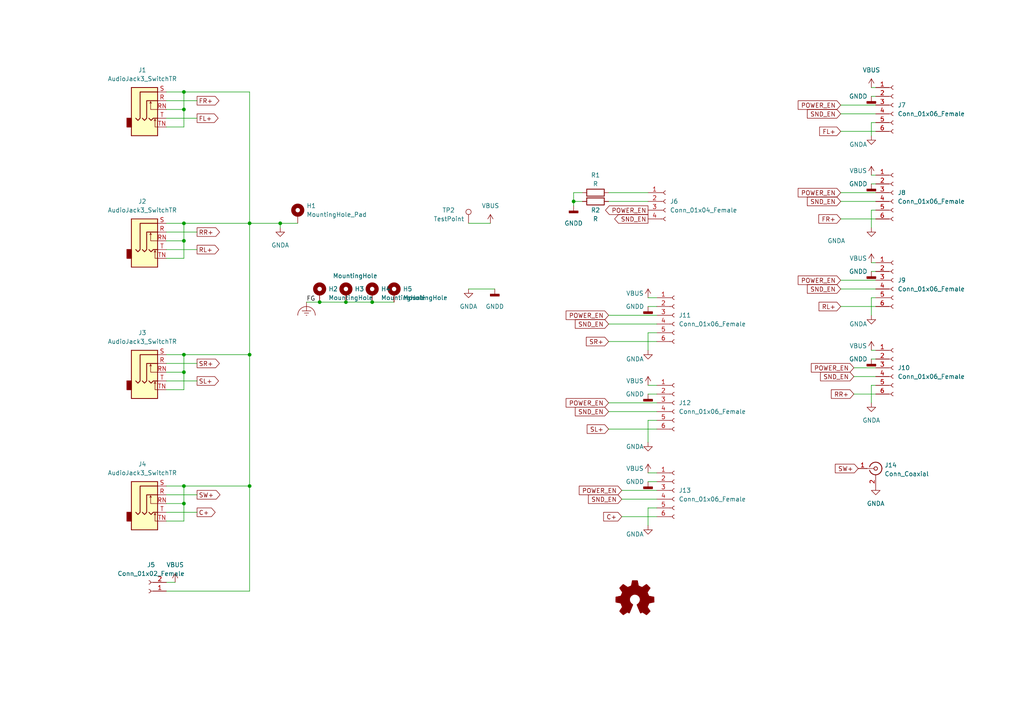
<source format=kicad_sch>
(kicad_sch (version 20211123) (generator eeschema)
  (paper "A4")
  (lib_symbols
    (symbol "Connector:AudioJack3_SwitchTR"
      (property "Reference" "J" (at 0 8.89 0))
      (property "Value" "AudioJack3_SwitchTR" (at 0 6.35 0))
      (symbol "AudioJack3_SwitchTR_0_1"
        (rectangle (start -5.08 -5.08) (end -6.35 -7.62) (stroke (width 0.254)) (fill (type outline)))
        (polyline (pts (xy 0.508 -0.254) (xy 0.762 -0.762)))
        (polyline (pts (xy 1.778 -5.334) (xy 2.032 -5.842)))
        (polyline (pts (xy 0 -5.08) (xy 0.635 -5.715) (xy 1.27 -5.08) (xy 2.54 -5.08)) (stroke (width 0.254)))
        (polyline (pts (xy 2.54 -7.62) (xy 1.778 -7.62) (xy 1.778 -5.334) (xy 1.524 -5.842)))
        (polyline (pts (xy 2.54 -2.54) (xy 0.508 -2.54) (xy 0.508 -0.254) (xy 0.254 -0.762)))
        (polyline (pts (xy -1.905 -5.08) (xy -1.27 -5.715) (xy -0.635 -5.08) (xy -0.635 0) (xy 2.54 0)) (stroke (width 0.254)))
        (polyline (pts (xy 2.54 2.54) (xy -2.54 2.54) (xy -2.54 -5.08) (xy -3.175 -5.715) (xy -3.81 -5.08)) (stroke (width 0.254)))
        (rectangle (start 2.54 3.81) (end -5.08 -10.16) (stroke (width 0.254)) (fill (type background)))
      )
      (symbol "AudioJack3_SwitchTR_1_1"
        (pin passive line (at 5.08 0 180) (length 2.54) (name "~") (number "R"))
        (pin passive line (at 5.08 -2.54 180) (length 2.54) (name "~") (number "RN"))
        (pin passive line (at 5.08 2.54 180) (length 2.54) (name "~") (number "S"))
        (pin passive line (at 5.08 -5.08 180) (length 2.54) (name "~") (number "T"))
        (pin passive line (at 5.08 -7.62 180) (length 2.54) (name "~") (number "TN"))
      )
    )
    (symbol "Connector:Conn_01x02_Female" (pin_names (offset 1.016) hide)
      (property "Reference" "J" (at 0 2.54 0))
      (property "Value" "Conn_01x02_Female" (at 0 -5.08 0))
      (symbol "Conn_01x02_Female_1_1"
        (arc (start 0 -2.032) (mid -0.508 -2.54) (end 0 -3.048) (stroke (width 0.1524)))
        (polyline (pts (xy -1.27 -2.54) (xy -0.508 -2.54)) (stroke (width 0.1524)))
        (polyline (pts (xy -1.27 0) (xy -0.508 0)) (stroke (width 0.1524)))
        (arc (start 0 0.508) (mid -0.508 0) (end 0 -0.508) (stroke (width 0.1524)))
        (pin passive line (at -5.08 0 0) (length 3.81) (name "Pin_1") (number "1"))
        (pin passive line (at -5.08 -2.54 0) (length 3.81) (name "Pin_2") (number "2"))
      )
    )
    (symbol "Connector:Conn_01x04_Female" (pin_names (offset 1.016) hide)
      (property "Reference" "J" (at 0 5.08 0))
      (property "Value" "Conn_01x04_Female" (at 0 -7.62 0))
      (symbol "Conn_01x04_Female_1_1"
        (arc (start 0 -4.572) (mid -0.508 -5.08) (end 0 -5.588) (stroke (width 0.1524)))
        (arc (start 0 -2.032) (mid -0.508 -2.54) (end 0 -3.048) (stroke (width 0.1524)))
        (polyline (pts (xy -1.27 -5.08) (xy -0.508 -5.08)) (stroke (width 0.1524)))
        (polyline (pts (xy -1.27 -2.54) (xy -0.508 -2.54)) (stroke (width 0.1524)))
        (polyline (pts (xy -1.27 0) (xy -0.508 0)) (stroke (width 0.1524)))
        (polyline (pts (xy -1.27 2.54) (xy -0.508 2.54)) (stroke (width 0.1524)))
        (arc (start 0 0.508) (mid -0.508 0) (end 0 -0.508) (stroke (width 0.1524)))
        (arc (start 0 3.048) (mid -0.508 2.54) (end 0 2.032) (stroke (width 0.1524)))
        (pin passive line (at -5.08 2.54 0) (length 3.81) (name "Pin_1") (number "1"))
        (pin passive line (at -5.08 0 0) (length 3.81) (name "Pin_2") (number "2"))
        (pin passive line (at -5.08 -2.54 0) (length 3.81) (name "Pin_3") (number "3"))
        (pin passive line (at -5.08 -5.08 0) (length 3.81) (name "Pin_4") (number "4"))
      )
    )
    (symbol "Connector:Conn_01x06_Female" (pin_names (offset 1.016) hide)
      (property "Reference" "J" (at 0 7.62 0))
      (property "Value" "Conn_01x06_Female" (at 0 -10.16 0))
      (symbol "Conn_01x06_Female_1_1"
        (arc (start 0 -7.112) (mid -0.508 -7.62) (end 0 -8.128) (stroke (width 0.1524)))
        (arc (start 0 -4.572) (mid -0.508 -5.08) (end 0 -5.588) (stroke (width 0.1524)))
        (arc (start 0 -2.032) (mid -0.508 -2.54) (end 0 -3.048) (stroke (width 0.1524)))
        (polyline (pts (xy -1.27 -7.62) (xy -0.508 -7.62)) (stroke (width 0.1524)))
        (polyline (pts (xy -1.27 -5.08) (xy -0.508 -5.08)) (stroke (width 0.1524)))
        (polyline (pts (xy -1.27 -2.54) (xy -0.508 -2.54)) (stroke (width 0.1524)))
        (polyline (pts (xy -1.27 0) (xy -0.508 0)) (stroke (width 0.1524)))
        (polyline (pts (xy -1.27 2.54) (xy -0.508 2.54)) (stroke (width 0.1524)))
        (polyline (pts (xy -1.27 5.08) (xy -0.508 5.08)) (stroke (width 0.1524)))
        (arc (start 0 0.508) (mid -0.508 0) (end 0 -0.508) (stroke (width 0.1524)))
        (arc (start 0 3.048) (mid -0.508 2.54) (end 0 2.032) (stroke (width 0.1524)))
        (arc (start 0 5.588) (mid -0.508 5.08) (end 0 4.572) (stroke (width 0.1524)))
        (pin passive line (at -5.08 5.08 0) (length 3.81) (name "Pin_1") (number "1"))
        (pin passive line (at -5.08 2.54 0) (length 3.81) (name "Pin_2") (number "2"))
        (pin passive line (at -5.08 0 0) (length 3.81) (name "Pin_3") (number "3"))
        (pin passive line (at -5.08 -2.54 0) (length 3.81) (name "Pin_4") (number "4"))
        (pin passive line (at -5.08 -5.08 0) (length 3.81) (name "Pin_5") (number "5"))
        (pin passive line (at -5.08 -7.62 0) (length 3.81) (name "Pin_6") (number "6"))
      )
    )
    (symbol "Connector:Conn_Coaxial" (pin_names (offset 1.016) hide)
      (property "Reference" "J" (at 0.254 3.048 0))
      (property "Value" "Conn_Coaxial" (at 2.921 0 90))
      (symbol "Conn_Coaxial_0_1"
        (arc (start -1.778 -0.508) (mid 0.2311 -1.8066) (end 1.778 0) (stroke (width 0.254)))
        (polyline (pts (xy -2.54 0) (xy -0.508 0)))
        (polyline (pts (xy 0 -2.54) (xy 0 -1.778)))
        (circle (center 0 0) (radius 0.508) (stroke (width 0.2032)))
        (arc (start 1.778 0) (mid 0.2099 1.8101) (end -1.778 0.508) (stroke (width 0.254)))
      )
      (symbol "Conn_Coaxial_1_1"
        (pin passive line (at -5.08 0 0) (length 2.54) (name "In") (number "1"))
        (pin passive line (at 0 -5.08 90) (length 2.54) (name "Ext") (number "2"))
      )
    )
    (symbol "Connector:TestPoint" (pin_numbers hide) (pin_names (offset 0.762) hide)
      (property "Reference" "TP" (at 0 6.858 0))
      (property "Value" "TestPoint" (at 0 5.08 0))
      (symbol "TestPoint_0_1"
        (circle (center 0 3.302) (radius 0.762))
      )
      (symbol "TestPoint_1_1"
        (pin passive line (at 0 0 90) (length 2.54) (name "1") (number "1"))
      )
    )
    (symbol "Device:R" (pin_numbers hide) (pin_names (offset 0))
      (property "Reference" "R" (at 2.032 0 90))
      (property "Value" "R" (at 0 0 90))
      (symbol "R_0_1"
        (rectangle (start -1.016 -2.54) (end 1.016 2.54) (stroke (width 0.254)))
      )
      (symbol "R_1_1"
        (pin passive line (at 0 3.81 270) (length 1.27) (name "~") (number "1"))
        (pin passive line (at 0 -3.81 90) (length 1.27) (name "~") (number "2"))
      )
    )
    (symbol "Graphic:Logo_Open_Hardware_Small" (pin_names (offset 1.016))
      (symbol "Logo_Open_Hardware_Small_0_1"
        (polyline (pts (xy 3.3528 -4.3434) (xy 3.302 -4.318) (xy 3.175 -4.2418) (xy 2.9972 -4.1148) (xy 2.7686 -3.9624) (xy 2.54 -3.81) (xy 2.3622 -3.7084) (xy 2.2352 -3.6068) (xy 2.1844 -3.5814) (xy 2.159 -3.6068) (xy 2.0574 -3.6576) (xy 1.905 -3.7338) (xy 1.8034 -3.7846) (xy 1.6764 -3.8354) (xy 1.6002 -3.8354) (xy 1.6002 -3.8354) (xy 1.5494 -3.7338) (xy 1.4732 -3.5306) (xy 1.3462 -3.302) (xy 1.2446 -3.0226) (xy 1.1176 -2.7178) (xy 0.9652 -2.413) (xy 0.8636 -2.1082) (xy 0.7366 -1.8288) (xy 0.6604 -1.6256) (xy 0.6096 -1.4732) (xy 0.5842 -1.397) (xy 0.5842 -1.397) (xy 0.6604 -1.3208) (xy 0.7874 -1.2446) (xy 1.0414 -1.016) (xy 1.2954 -0.6858) (xy 1.4478 -0.3302) (xy 1.524 0.0762) (xy 1.4732 0.4572) (xy 1.3208 0.8128) (xy 1.0668 1.143) (xy 0.762 1.3716) (xy 0.4064 1.524) (xy 0 1.5748) (xy -0.381 1.5494) (xy -0.7366 1.397) (xy -1.0668 1.143) (xy -1.2192 0.9906) (xy -1.397 0.6604) (xy -1.524 0.3048) (xy -1.524 0.2286) (xy -1.4986 -0.1778) (xy -1.397 -0.5334) (xy -1.1938 -0.8636) (xy -0.9144 -1.143) (xy -0.8636 -1.1684) (xy -0.7366 -1.27) (xy -0.635 -1.3462) (xy -0.5842 -1.397) (xy -1.0668 -2.5908) (xy -1.143 -2.794) (xy -1.2954 -3.1242) (xy -1.397 -3.4036) (xy -1.4986 -3.6322) (xy -1.5748 -3.7846) (xy -1.6002 -3.8354) (xy -1.6002 -3.8354) (xy -1.651 -3.8354) (xy -1.7272 -3.81) (xy -1.905 -3.7338) (xy -2.0066 -3.683) (xy -2.1336 -3.6068) (xy -2.2098 -3.5814) (xy -2.2606 -3.6068) (xy -2.3622 -3.683) (xy -2.54 -3.81) (xy -2.7686 -3.9624) (xy -2.9718 -4.0894) (xy -3.1496 -4.2164) (xy -3.302 -4.318) (xy -3.3528 -4.3434) (xy -3.3782 -4.3434) (xy -3.429 -4.318) (xy -3.5306 -4.2164) (xy -3.7084 -4.064) (xy -3.937 -3.8354) (xy -3.9624 -3.81) (xy -4.1656 -3.6068) (xy -4.318 -3.4544) (xy -4.4196 -3.3274) (xy -4.445 -3.2766) (xy -4.445 -3.2766) (xy -4.4196 -3.2258) (xy -4.318 -3.0734) (xy -4.2164 -2.8956) (xy -4.064 -2.667) (xy -3.6576 -2.0828) (xy -3.8862 -1.5494) (xy -3.937 -1.3716) (xy -4.0386 -1.1684) (xy -4.0894 -1.0414) (xy -4.1148 -0.9652) (xy -4.191 -0.9398) (xy -4.318 -0.9144) (xy -4.5466 -0.8636) (xy -4.8006 -0.8128) (xy -5.0546 -0.7874) (xy -5.2578 -0.7366) (xy -5.4356 -0.7112) (xy -5.5118 -0.6858) (xy -5.5118 -0.6858) (xy -5.5372 -0.635) (xy -5.5372 -0.5588) (xy -5.5372 -0.4318) (xy -5.5626 -0.2286) (xy -5.5626 0.0762) (xy -5.5626 0.127) (xy -5.5372 0.4064) (xy -5.5372 0.635) (xy -5.5372 0.762) (xy -5.5372 0.8382) (xy -5.5372 0.8382) (xy -5.461 0.8382) (xy -5.3086 0.889) (xy -5.08 0.9144) (xy -4.826 0.9652) (xy -4.8006 0.9906) (xy -4.5466 1.0414) (xy -4.318 1.0668) (xy -4.1656 1.1176) (xy -4.0894 1.143) (xy -4.0894 1.143) (xy -4.0386 1.2446) (xy -3.9624 1.4224) (xy -3.8608 1.6256) (xy -3.7846 1.8288) (xy -3.7084 2.0066) (xy -3.6576 2.159) (xy -3.6322 2.2098) (xy -3.6322 2.2098) (xy -3.683 2.286) (xy -3.7592 2.413) (xy -3.8862 2.5908) (xy -4.064 2.8194) (xy -4.064 2.8448) (xy -4.2164 3.0734) (xy -4.3434 3.2512) (xy -4.4196 3.3782) (xy -4.445 3.4544) (xy -4.445 3.4544) (xy -4.3942 3.5052) (xy -4.2926 3.6322) (xy -4.1148 3.81) (xy -3.937 4.0132) (xy -3.8608 4.064) (xy -3.6576 4.2926) (xy -3.5052 4.4196) (xy -3.4036 4.4958) (xy -3.3528 4.5212) (xy -3.3528 4.5212) (xy -3.302 4.4704) (xy -3.1496 4.3688) (xy -2.9718 4.2418) (xy -2.7432 4.0894) (xy -2.7178 4.0894) (xy -2.4892 3.937) (xy -2.3114 3.81) (xy -2.1844 3.7084) (xy -2.1336 3.683) (xy -2.1082 3.683) (xy -2.032 3.7084) (xy -1.8542 3.7592) (xy -1.6764 3.8354) (xy -1.4732 3.937) (xy -1.27 4.0132) (xy -1.143 4.064) (xy -1.0668 4.1148) (xy -1.0668 4.1148) (xy -1.0414 4.191) (xy -1.016 4.3434) (xy -0.9652 4.572) (xy -0.9144 4.8514) (xy -0.889 4.9022) (xy -0.8382 5.1562) (xy -0.8128 5.3848) (xy -0.7874 5.5372) (xy -0.762 5.588) (xy -0.7112 5.6134) (xy -0.5842 5.6134) (xy -0.4064 5.6134) (xy -0.1524 5.6134) (xy 0.0762 5.6134) (xy 0.3302 5.6134) (xy 0.5334 5.6134) (xy 0.6858 5.588) (xy 0.7366 5.588) (xy 0.7366 5.588) (xy 0.762 5.5118) (xy 0.8128 5.334) (xy 0.8382 5.1054) (xy 0.9144 4.826) (xy 0.9144 4.7752) (xy 0.9652 4.5212) (xy 1.016 4.2926) (xy 1.0414 4.1402) (xy 1.0668 4.0894) (xy 1.0668 4.0894) (xy 1.1938 4.0386) (xy 1.3716 3.9624) (xy 1.5748 3.8608) (xy 2.0828 3.6576) (xy 2.7178 4.0894) (xy 2.7686 4.1402) (xy 2.9972 4.2926) (xy 3.175 4.4196) (xy 3.302 4.4958) (xy 3.3782 4.5212) (xy 3.3782 4.5212) (xy 3.429 4.4704) (xy 3.556 4.3434) (xy 3.7338 4.191) (xy 3.9116 3.9878) (xy 4.064 3.8354) (xy 4.2418 3.6576) (xy 4.3434 3.556) (xy 4.4196 3.4798) (xy 4.4196 3.429) (xy 4.4196 3.4036) (xy 4.3942 3.3274) (xy 4.2926 3.2004) (xy 4.1656 2.9972) (xy 4.0132 2.794) (xy 3.8862 2.5908) (xy 3.7592 2.3876) (xy 3.6576 2.2352) (xy 3.6322 2.159) (xy 3.6322 2.1336) (xy 3.683 2.0066) (xy 3.7592 1.8288) (xy 3.8608 1.6002) (xy 4.064 1.1176) (xy 4.3942 1.0414) (xy 4.5974 1.016) (xy 4.8768 0.9652) (xy 5.1308 0.9144) (xy 5.5372 0.8382) (xy 5.5626 -0.6604) (xy 5.4864 -0.6858) (xy 5.4356 -0.6858) (xy 5.2832 -0.7366) (xy 5.0546 -0.762) (xy 4.8006 -0.8128) (xy 4.5974 -0.8636) (xy 4.3688 -0.9144) (xy 4.2164 -0.9398) (xy 4.1402 -0.9398) (xy 4.1148 -0.9652) (xy 4.064 -1.0668) (xy 3.9878 -1.2446) (xy 3.9116 -1.4478) (xy 3.81 -1.651) (xy 3.7338 -1.8542) (xy 3.683 -2.0066) (xy 3.6576 -2.0828) (xy 3.683 -2.1336) (xy 3.7846 -2.2606) (xy 3.8862 -2.4638) (xy 4.0386 -2.667) (xy 4.191 -2.8956) (xy 4.318 -3.0734) (xy 4.3942 -3.2004) (xy 4.445 -3.2766) (xy 4.4196 -3.3274) (xy 4.3434 -3.429) (xy 4.1656 -3.5814) (xy 3.937 -3.8354) (xy 3.8862 -3.8608) (xy 3.683 -4.064) (xy 3.5306 -4.2164) (xy 3.4036 -4.318) (xy 3.3528 -4.3434)) (fill (type outline)))
      )
    )
    (symbol "Mechanical:MountingHole_Pad" (pin_numbers hide) (pin_names (offset 1.016) hide)
      (property "Reference" "H" (at 0 6.35 0))
      (property "Value" "MountingHole_Pad" (at 0 4.445 0))
      (symbol "MountingHole_Pad_0_1"
        (circle (center 0 1.27) (radius 1.27) (stroke (width 1.27)))
      )
      (symbol "MountingHole_Pad_1_1"
        (pin input line (at 0 -2.54 90) (length 2.54) (name "1") (number "1"))
      )
    )
    (symbol "power:Earth_Clean" (power) (pin_names (offset 0))
      (symbol "Earth_Clean_0_1"
        (polyline (pts (xy -0.635 -3.175) (xy 0.635 -3.175)))
        (polyline (pts (xy -0.127 -3.81) (xy 0.127 -3.81)))
        (polyline (pts (xy 0 -2.54) (xy 0 0)))
        (polyline (pts (xy 1.27 -2.54) (xy -1.27 -2.54)))
        (arc (start 2.54 -3.81) (mid 0 -1.27) (end -2.54 -3.81))
      )
      (symbol "Earth_Clean_1_1"
        (pin power_in line (at 0 0 270) (length 0) hide (name "Earth_Clean") (number "1"))
      )
    )
    (symbol "power:GNDA" (power) (pin_names (offset 0))
      (property "Value" "GNDA" (at 0 -3.81 0))
      (symbol "GNDA_0_1"
        (polyline (pts (xy 0 0) (xy 0 -1.27) (xy 1.27 -1.27) (xy 0 -2.54) (xy -1.27 -1.27) (xy 0 -1.27)))
      )
      (symbol "GNDA_1_1"
        (pin power_in line (at 0 0 270) (length 0) hide (name "GNDA") (number "1"))
      )
    )
    (symbol "power:GNDD" (power) (pin_names (offset 0))
      (property "Value" "GNDD" (at 0 -3.175 0))
      (symbol "GNDD_0_1"
        (rectangle (start -1.27 -1.524) (end 1.27 -2.032) (stroke (width 0.254)) (fill (type outline)))
        (polyline (pts (xy 0 0) (xy 0 -1.524)))
      )
      (symbol "GNDD_1_1"
        (pin power_in line (at 0 0 270) (length 0) hide (name "GNDD") (number "1"))
      )
    )
    (symbol "power:VBUS" (power) (pin_names (offset 0))
      (property "Value" "VBUS" (at 0 3.81 0))
      (symbol "VBUS_0_1"
        (polyline (pts (xy -0.762 1.27) (xy 0 2.54)))
        (polyline (pts (xy 0 0) (xy 0 2.54)))
        (polyline (pts (xy 0 2.54) (xy 0.762 1.27)))
      )
      (symbol "VBUS_1_1"
        (pin power_in line (at 0 0 90) (length 0) hide (name "VBUS") (number "1"))
      )
    )
  )
  (junction (at 72.39 140.97))
  (junction (at 53.34 146.05))
  (junction (at 81.28 64.77))
  (junction (at 92.71 87.63))
  (junction (at 53.34 107.95))
  (junction (at 107.95 87.63))
  (junction (at 72.39 102.87))
  (junction (at 166.37 58.42))
  (junction (at 72.39 64.77))
  (junction (at 53.34 26.67))
  (junction (at 100.33 87.63))
  (junction (at 53.34 102.87))
  (junction (at 53.34 69.85))
  (junction (at 53.34 31.75))
  (junction (at 53.34 140.97))
  (junction (at 53.34 64.77))
  (wire (pts (xy 53.34 74.93) (xy 53.34 69.85)))
  (wire (pts (xy 166.37 58.42) (xy 166.37 55.88)))
  (wire (pts (xy 252.73 50.8) (xy 254 50.8)))
  (wire (pts (xy 252.73 111.76) (xy 252.73 116.84)))
  (wire (pts (xy 243.84 63.5) (xy 254 63.5)))
  (wire (pts (xy 48.26 146.05) (xy 53.34 146.05)))
  (wire (pts (xy 53.34 107.95) (xy 53.34 113.03)))
  (wire (pts (xy 176.53 119.38) (xy 190.5 119.38)))
  (wire (pts (xy 176.53 99.06) (xy 190.5 99.06)))
  (wire (pts (xy 247.65 109.22) (xy 254 109.22)))
  (wire (pts (xy 81.28 66.04) (xy 81.28 64.77)))
  (wire (pts (xy 135.89 64.77) (xy 142.24 64.77)))
  (wire (pts (xy 180.34 144.78) (xy 190.5 144.78)))
  (wire (pts (xy 187.96 147.32) (xy 190.5 147.32)))
  (wire (pts (xy 48.26 64.77) (xy 53.34 64.77)))
  (wire (pts (xy 53.34 31.75) (xy 53.34 36.83)))
  (wire (pts (xy 190.5 139.7) (xy 187.96 139.7)))
  (wire (pts (xy 53.34 64.77) (xy 53.34 69.85)))
  (wire (pts (xy 48.26 171.45) (xy 72.39 171.45)))
  (wire (pts (xy 48.26 29.21) (xy 57.15 29.21)))
  (wire (pts (xy 176.53 58.42) (xy 187.96 58.42)))
  (wire (pts (xy 176.53 116.84) (xy 190.5 116.84)))
  (wire (pts (xy 48.26 74.93) (xy 53.34 74.93)))
  (wire (pts (xy 48.26 105.41) (xy 57.15 105.41)))
  (wire (pts (xy 135.89 83.82) (xy 143.51 83.82)))
  (wire (pts (xy 72.39 64.77) (xy 72.39 102.87)))
  (wire (pts (xy 187.96 96.52) (xy 187.96 101.6)))
  (wire (pts (xy 100.33 87.63) (xy 107.95 87.63)))
  (wire (pts (xy 252.73 76.2) (xy 254 76.2)))
  (wire (pts (xy 187.96 121.92) (xy 190.5 121.92)))
  (wire (pts (xy 166.37 59.69) (xy 166.37 58.42)))
  (wire (pts (xy 72.39 26.67) (xy 72.39 64.77)))
  (wire (pts (xy 53.34 26.67) (xy 53.34 31.75)))
  (wire (pts (xy 252.73 86.36) (xy 254 86.36)))
  (wire (pts (xy 176.53 91.44) (xy 190.5 91.44)))
  (wire (pts (xy 48.26 168.91) (xy 50.8 168.91)))
  (wire (pts (xy 247.65 106.68) (xy 254 106.68)))
  (wire (pts (xy 252.73 35.56) (xy 252.73 39.37)))
  (wire (pts (xy 72.39 102.87) (xy 53.34 102.87)))
  (wire (pts (xy 190.5 114.3) (xy 187.96 114.3)))
  (wire (pts (xy 48.26 148.59) (xy 57.15 148.59)))
  (wire (pts (xy 187.96 111.76) (xy 190.5 111.76)))
  (wire (pts (xy 252.73 104.14) (xy 254 104.14)))
  (wire (pts (xy 243.84 55.88) (xy 254 55.88)))
  (wire (pts (xy 243.84 81.28) (xy 254 81.28)))
  (wire (pts (xy 243.84 33.02) (xy 254 33.02)))
  (wire (pts (xy 176.53 124.46) (xy 190.5 124.46)))
  (wire (pts (xy 252.73 86.36) (xy 252.73 91.44)))
  (wire (pts (xy 252.73 60.96) (xy 252.73 66.04)))
  (wire (pts (xy 48.26 34.29) (xy 57.15 34.29)))
  (wire (pts (xy 72.39 64.77) (xy 81.28 64.77)))
  (wire (pts (xy 53.34 102.87) (xy 48.26 102.87)))
  (wire (pts (xy 72.39 140.97) (xy 53.34 140.97)))
  (wire (pts (xy 243.84 88.9) (xy 254 88.9)))
  (wire (pts (xy 166.37 55.88) (xy 168.91 55.88)))
  (wire (pts (xy 48.26 110.49) (xy 57.15 110.49)))
  (wire (pts (xy 187.96 96.52) (xy 190.5 96.52)))
  (wire (pts (xy 81.28 64.77) (xy 86.36 64.77)))
  (wire (pts (xy 187.96 137.16) (xy 190.5 137.16)))
  (wire (pts (xy 48.26 69.85) (xy 53.34 69.85)))
  (wire (pts (xy 53.34 140.97) (xy 53.34 146.05)))
  (wire (pts (xy 48.26 26.67) (xy 53.34 26.67)))
  (wire (pts (xy 53.34 146.05) (xy 53.34 151.13)))
  (wire (pts (xy 187.96 147.32) (xy 187.96 152.4)))
  (wire (pts (xy 48.26 113.03) (xy 53.34 113.03)))
  (wire (pts (xy 48.26 107.95) (xy 53.34 107.95)))
  (wire (pts (xy 168.91 58.42) (xy 166.37 58.42)))
  (wire (pts (xy 252.73 35.56) (xy 254 35.56)))
  (wire (pts (xy 107.95 87.63) (xy 114.3 87.63)))
  (wire (pts (xy 187.96 121.92) (xy 187.96 128.27)))
  (wire (pts (xy 180.34 149.86) (xy 190.5 149.86)))
  (wire (pts (xy 72.39 140.97) (xy 72.39 171.45)))
  (wire (pts (xy 53.34 26.67) (xy 72.39 26.67)))
  (wire (pts (xy 48.26 31.75) (xy 53.34 31.75)))
  (wire (pts (xy 252.73 111.76) (xy 254 111.76)))
  (wire (pts (xy 48.26 143.51) (xy 57.15 143.51)))
  (wire (pts (xy 252.73 60.96) (xy 254 60.96)))
  (wire (pts (xy 243.84 38.1) (xy 254 38.1)))
  (wire (pts (xy 190.5 88.9) (xy 187.96 88.9)))
  (wire (pts (xy 252.73 101.6) (xy 254 101.6)))
  (wire (pts (xy 176.53 93.98) (xy 190.5 93.98)))
  (wire (pts (xy 247.65 114.3) (xy 254 114.3)))
  (wire (pts (xy 243.84 30.48) (xy 254 30.48)))
  (wire (pts (xy 48.26 36.83) (xy 53.34 36.83)))
  (wire (pts (xy 187.96 86.36) (xy 190.5 86.36)))
  (wire (pts (xy 180.34 142.24) (xy 190.5 142.24)))
  (wire (pts (xy 48.26 72.39) (xy 57.15 72.39)))
  (wire (pts (xy 48.26 67.31) (xy 57.15 67.31)))
  (wire (pts (xy 243.84 83.82) (xy 254 83.82)))
  (wire (pts (xy 254 78.74) (xy 252.73 78.74)))
  (wire (pts (xy 48.26 151.13) (xy 53.34 151.13)))
  (wire (pts (xy 252.73 27.94) (xy 254 27.94)))
  (wire (pts (xy 53.34 140.97) (xy 48.26 140.97)))
  (wire (pts (xy 176.53 55.88) (xy 187.96 55.88)))
  (wire (pts (xy 53.34 64.77) (xy 72.39 64.77)))
  (wire (pts (xy 243.84 58.42) (xy 254 58.42)))
  (wire (pts (xy 252.73 53.34) (xy 254 53.34)))
  (wire (pts (xy 88.9 87.63) (xy 92.71 87.63)))
  (wire (pts (xy 252.73 25.4) (xy 254 25.4)))
  (wire (pts (xy 72.39 102.87) (xy 72.39 140.97)))
  (wire (pts (xy 53.34 102.87) (xy 53.34 107.95)))
  (wire (pts (xy 92.71 87.63) (xy 100.33 87.63)))
  (label "FG" (at 88.9 87.63 0))
  (global_label "RR+" (shape output) (at 57.15 67.31 0) (property "シート間のリファレンス" "${INTERSHEET_REFS}" (effects hide)))
  (global_label "POWER_EN" (shape input) (at 176.53 116.84 180) (property "シート間のリファレンス" "${INTERSHEET_REFS}" (effects hide)))
  (global_label "POWER_EN" (shape input) (at 176.53 91.44 180) (property "シート間のリファレンス" "${INTERSHEET_REFS}" (effects hide)))
  (global_label "POWER_EN" (shape input) (at 243.84 55.88 180) (property "シート間のリファレンス" "${INTERSHEET_REFS}" (effects hide)))
  (global_label "SR+" (shape input) (at 176.53 99.06 180) (property "シート間のリファレンス" "${INTERSHEET_REFS}" (effects hide)))
  (global_label "FL+" (shape output) (at 57.15 34.29 0) (property "シート間のリファレンス" "${INTERSHEET_REFS}" (effects hide)))
  (global_label "SND_EN" (shape input) (at 243.84 33.02 180) (property "シート間のリファレンス" "${INTERSHEET_REFS}" (effects hide)))
  (global_label "SL+" (shape input) (at 176.53 124.46 180) (property "シート間のリファレンス" "${INTERSHEET_REFS}" (effects hide)))
  (global_label "RL+" (shape input) (at 243.84 88.9 180) (property "シート間のリファレンス" "${INTERSHEET_REFS}" (effects hide)))
  (global_label "C+" (shape input) (at 180.34 149.86 180) (property "シート間のリファレンス" "${INTERSHEET_REFS}" (effects hide)))
  (global_label "SND_EN" (shape input) (at 180.34 144.78 180) (property "シート間のリファレンス" "${INTERSHEET_REFS}" (effects hide)))
  (global_label "SND_EN" (shape input) (at 243.84 58.42 180) (property "シート間のリファレンス" "${INTERSHEET_REFS}" (effects hide)))
  (global_label "SND_EN" (shape input) (at 247.65 109.22 180) (property "シート間のリファレンス" "${INTERSHEET_REFS}" (effects hide)))
  (global_label "FR+" (shape input) (at 243.84 63.5 180) (property "シート間のリファレンス" "${INTERSHEET_REFS}" (effects hide)))
  (global_label "FL+" (shape input) (at 243.84 38.1 180) (property "シート間のリファレンス" "${INTERSHEET_REFS}" (effects hide)))
  (global_label "SND_EN" (shape input) (at 176.53 119.38 180) (property "シート間のリファレンス" "${INTERSHEET_REFS}" (effects hide)))
  (global_label "SND_EN" (shape output) (at 187.96 63.5 180) (property "シート間のリファレンス" "${INTERSHEET_REFS}" (effects hide)))
  (global_label "POWER_EN" (shape input) (at 243.84 30.48 180) (property "シート間のリファレンス" "${INTERSHEET_REFS}" (effects hide)))
  (global_label "POWER_EN" (shape input) (at 180.34 142.24 180) (property "シート間のリファレンス" "${INTERSHEET_REFS}" (effects hide)))
  (global_label "FR+" (shape output) (at 57.15 29.21 0) (property "シート間のリファレンス" "${INTERSHEET_REFS}" (effects hide)))
  (global_label "SL+" (shape output) (at 57.15 110.49 0) (property "シート間のリファレンス" "${INTERSHEET_REFS}" (effects hide)))
  (global_label "RR+" (shape input) (at 247.65 114.3 180) (property "シート間のリファレンス" "${INTERSHEET_REFS}" (effects hide)))
  (global_label "SW+" (shape output) (at 57.15 143.51 0) (property "シート間のリファレンス" "${INTERSHEET_REFS}" (effects hide)))
  (global_label "SND_EN" (shape input) (at 243.84 83.82 180) (property "シート間のリファレンス" "${INTERSHEET_REFS}" (effects hide)))
  (global_label "C+" (shape output) (at 57.15 148.59 0) (property "シート間のリファレンス" "${INTERSHEET_REFS}" (effects hide)))
  (global_label "RL+" (shape output) (at 57.15 72.39 0) (property "シート間のリファレンス" "${INTERSHEET_REFS}" (effects hide)))
  (global_label "POWER_EN" (shape input) (at 247.65 106.68 180) (property "シート間のリファレンス" "${INTERSHEET_REFS}" (effects hide)))
  (global_label "POWER_EN" (shape output) (at 187.96 60.96 180) (property "シート間のリファレンス" "${INTERSHEET_REFS}" (effects hide)))
  (global_label "SR+" (shape output) (at 57.15 105.41 0) (property "シート間のリファレンス" "${INTERSHEET_REFS}" (effects hide)))
  (global_label "POWER_EN" (shape input) (at 243.84 81.28 180) (property "シート間のリファレンス" "${INTERSHEET_REFS}" (effects hide)))
  (global_label "SW+" (shape input) (at 248.92 135.89 180) (property "シート間のリファレンス" "${INTERSHEET_REFS}" (effects hide)))
  (global_label "SND_EN" (shape input) (at 176.53 93.98 180) (property "シート間のリファレンス" "${INTERSHEET_REFS}" (effects hide)))
  (symbol (lib_id "power:GNDD") (at 166.37 59.69 0) (unit 1)
    (property "Reference" "#PWR0122" (effects hide))
    (property "Value" "GNDD" (at 166.37 64.77 0))
  )
  (symbol (lib_id "Mechanical:MountingHole_Pad") (at 100.33 85.09 0) (unit 1)
    (property "Reference" "H3" (at 102.87 83.8199 0) (effects (justify left)))
    (property "Value" "MountingHole" (at 96.52 80.0099 0) (effects (justify left)))
    (property "Footprint" "MountingHole:MountingHole_3.2mm_M3_DIN965_Pad_TopBottom" (effects hide))
  )
  (symbol (lib_id "power:GNDA") (at 187.96 101.6 0) (unit 1)
    (property "Reference" "#PWR0118" (effects hide))
    (property "Value" "GNDA" (at 184.15 104.14 0))
  )
  (symbol (lib_id "Mechanical:MountingHole_Pad") (at 86.36 62.23 0) (unit 1)
    (property "Reference" "H1" (at 88.9 59.6899 0) (effects (justify left)))
    (property "Value" "MountingHole_Pad" (at 88.9 62.2299 0) (effects (justify left)))
    (property "Footprint" "MountingHole:MountingHole_5.3mm_M5_Pad_Via" (effects hide))
  )
  (symbol (lib_id "power:VBUS") (at 252.73 50.8 0) (unit 1)
    (property "Reference" "#PWR0108" (effects hide))
    (property "Value" "VBUS" (at 248.92 49.53 0))
  )
  (symbol (lib_id "power:VBUS") (at 50.8 168.91 0) (unit 1)
    (property "Reference" "#PWR0102" (effects hide))
    (property "Value" "VBUS" (at 50.8 163.83 0))
  )
  (symbol (lib_id "power:GNDD") (at 187.96 88.9 0) (unit 1)
    (property "Reference" "#PWR0123" (effects hide))
    (property "Value" "GNDD" (at 184.15 88.9 0))
  )
  (symbol (lib_id "power:GNDA") (at 252.73 66.04 0) (unit 1)
    (property "Reference" "#PWR0107" (effects hide))
    (property "Value" "GNDA" (at 242.57 69.85 0))
  )
  (symbol (lib_id "power:GNDA") (at 187.96 152.4 0) (unit 1)
    (property "Reference" "#PWR0116" (effects hide))
    (property "Value" "GNDA" (at 184.15 154.94 0))
  )
  (symbol (lib_id "power:GNDD") (at 252.73 78.74 0) (unit 1)
    (property "Reference" "#PWR0125" (effects hide))
    (property "Value" "GNDD" (at 248.92 78.74 0))
  )
  (symbol (lib_id "Connector:Conn_01x06_Female") (at 259.08 106.68 0) (unit 1)
    (property "Reference" "J10" (at 260.35 106.6799 0) (effects (justify left)))
    (property "Value" "Conn_01x06_Female" (at 260.35 109.2199 0) (effects (justify left)))
    (property "Footprint" "Connector_JST:JST_VH_B6P-VH_1x06_P3.96mm_Vertical" (effects hide))
  )
  (symbol (lib_id "Connector:AudioJack3_SwitchTR") (at 43.18 67.31 0) (unit 1)
    (property "Reference" "J2" (at 41.275 58.42 0))
    (property "Value" "AudioJack3_SwitchTR" (at 41.275 60.96 0))
    (property "Footprint" "Connector_Audio:Jack_3.5mm_CUI_SJ1-3525N_Horizontal" (effects hide))
  )
  (symbol (lib_id "Connector:AudioJack3_SwitchTR") (at 43.18 105.41 0) (unit 1)
    (property "Reference" "J3" (at 41.275 96.52 0))
    (property "Value" "AudioJack3_SwitchTR" (at 41.275 99.06 0))
    (property "Footprint" "Connector_Audio:Jack_3.5mm_CUI_SJ1-3525N_Horizontal" (effects hide))
  )
  (symbol (lib_id "Graphic:Logo_Open_Hardware_Small") (at 184.15 173.99 0) (unit 1)
    (property "Reference" "LOGO1" (effects hide))
    (property "Value" "Logo_Open_Hardware_Small" (effects hide))
    (property "Footprint" "Symbol:KiCad-Logo2_12mm_SilkScreen" (effects hide))
  )
  (symbol (lib_id "power:VBUS") (at 142.24 64.77 0) (unit 1)
    (property "Reference" "#PWR0101" (effects hide))
    (property "Value" "VBUS" (at 142.24 59.69 0))
  )
  (symbol (lib_id "Connector:Conn_01x06_Female") (at 259.08 81.28 0) (unit 1)
    (property "Reference" "J9" (at 260.35 81.2799 0) (effects (justify left)))
    (property "Value" "Conn_01x06_Female" (at 260.35 83.8199 0) (effects (justify left)))
    (property "Footprint" "Connector_JST:JST_VH_B6P-VH_1x06_P3.96mm_Vertical" (effects hide))
  )
  (symbol (lib_id "Mechanical:MountingHole_Pad") (at 92.71 85.09 0) (unit 1)
    (property "Reference" "H2" (at 95.25 83.8199 0) (effects (justify left)))
    (property "Value" "MountingHole" (at 95.25 86.3599 0) (effects (justify left)))
    (property "Footprint" "MountingHole:MountingHole_3.2mm_M3_DIN965_Pad_TopBottom" (effects hide))
  )
  (symbol (lib_id "Device:R") (at 172.72 55.88 90) (unit 1)
    (property "Reference" "R1" (at 172.72 50.8 90))
    (property "Value" "R" (at 172.72 53.34 90))
    (property "Footprint" "Resistor_SMD:R_0603_1608Metric_Pad0.98x0.95mm_HandSolder" (effects hide))
  )
  (symbol (lib_id "power:VBUS") (at 187.96 86.36 0) (unit 1)
    (property "Reference" "#PWR0113" (effects hide))
    (property "Value" "VBUS" (at 184.15 85.09 0))
  )
  (symbol (lib_id "power:VBUS") (at 252.73 25.4 0) (unit 1)
    (property "Reference" "#PWR0105" (effects hide))
    (property "Value" "VBUS" (at 252.73 20.32 0))
  )
  (symbol (lib_id "Device:R") (at 172.72 58.42 90) (unit 1)
    (property "Reference" "R2" (at 172.72 60.96 90))
    (property "Value" "R" (at 172.72 63.5 90))
    (property "Footprint" "Resistor_SMD:R_0603_1608Metric_Pad0.98x0.95mm_HandSolder" (effects hide))
  )
  (symbol (lib_id "Connector:AudioJack3_SwitchTR") (at 43.18 143.51 0) (unit 1)
    (property "Reference" "J4" (at 41.275 134.62 0))
    (property "Value" "AudioJack3_SwitchTR" (at 41.275 137.16 0))
    (property "Footprint" "Connector_Audio:Jack_3.5mm_CUI_SJ1-3525N_Horizontal" (effects hide))
  )
  (symbol (lib_id "Connector:Conn_01x06_Female") (at 259.08 30.48 0) (unit 1)
    (property "Reference" "J7" (at 260.35 30.4799 0) (effects (justify left)))
    (property "Value" "Conn_01x06_Female" (at 260.35 33.0199 0) (effects (justify left)))
    (property "Footprint" "Connector_JST:JST_VH_B6P-VH_1x06_P3.96mm_Vertical" (effects hide))
  )
  (symbol (lib_id "power:GNDD") (at 187.96 139.7 0) (unit 1)
    (property "Reference" "#PWR0127" (effects hide))
    (property "Value" "GNDD" (at 184.15 139.7 0))
  )
  (symbol (lib_id "power:GNDA") (at 252.73 116.84 0) (unit 1)
    (property "Reference" "#PWR0109" (effects hide))
    (property "Value" "GNDA" (at 252.73 121.92 0))
  )
  (symbol (lib_id "Connector:Conn_01x04_Female") (at 193.04 58.42 0) (unit 1)
    (property "Reference" "J6" (at 194.31 58.4199 0) (effects (justify left)))
    (property "Value" "Conn_01x04_Female" (at 194.31 60.9599 0) (effects (justify left)))
    (property "Footprint" "Connector_JST:JST_XH_B4B-XH-A_1x04_P2.50mm_Vertical" (effects hide))
  )
  (symbol (lib_id "Connector:Conn_01x06_Female") (at 195.58 91.44 0) (unit 1)
    (property "Reference" "J11" (at 196.85 91.4399 0) (effects (justify left)))
    (property "Value" "Conn_01x06_Female" (at 196.85 93.9799 0) (effects (justify left)))
    (property "Footprint" "Connector_JST:JST_VH_B6P-VH_1x06_P3.96mm_Vertical" (effects hide))
  )
  (symbol (lib_id "Connector:Conn_01x06_Female") (at 195.58 142.24 0) (unit 1)
    (property "Reference" "J13" (at 196.85 142.2399 0) (effects (justify left)))
    (property "Value" "Conn_01x06_Female" (at 196.85 144.7799 0) (effects (justify left)))
    (property "Footprint" "Connector_JST:JST_VH_B6P-VH_1x06_P3.96mm_Vertical" (effects hide))
  )
  (symbol (lib_id "Connector:Conn_Coaxial") (at 254 135.89 0) (unit 1)
    (property "Reference" "J14" (at 256.54 134.9131 0) (effects (justify left)))
    (property "Value" "Conn_Coaxial" (at 256.54 137.4531 0) (effects (justify left)))
    (property "Footprint" "mylib:RJ-2410N" (effects hide))
    (property "Datasheet" " ~" (effects hide))
  )
  (symbol (lib_id "power:GNDD") (at 252.73 27.94 0) (unit 1)
    (property "Reference" "#PWR0129" (effects hide))
    (property "Value" "GNDD" (at 248.92 27.94 0))
  )
  (symbol (lib_id "power:GNDD") (at 252.73 104.14 0) (unit 1)
    (property "Reference" "#PWR0124" (effects hide))
    (property "Value" "GNDD" (at 248.92 104.14 0))
  )
  (symbol (lib_id "power:GNDD") (at 143.51 83.82 0) (unit 1)
    (property "Reference" "#PWR0121" (effects hide))
    (property "Value" "GNDD" (at 143.51 88.9 0))
  )
  (symbol (lib_id "power:VBUS") (at 187.96 111.76 0) (unit 1)
    (property "Reference" "#PWR0117" (effects hide))
    (property "Value" "VBUS" (at 184.15 110.49 0))
  )
  (symbol (lib_id "power:VBUS") (at 252.73 101.6 0) (unit 1)
    (property "Reference" "#PWR0112" (effects hide))
    (property "Value" "VBUS" (at 248.92 100.33 0))
  )
  (symbol (lib_id "Connector:TestPoint") (at 135.89 64.77 0) (unit 1)
    (property "Reference" "TP2" (at 128.27 60.96 0) (effects (justify left)))
    (property "Value" "TestPoint" (at 125.73 63.5 0) (effects (justify left)))
    (property "Footprint" "TestPoint:TestPoint_Pad_D2.0mm" (effects hide))
  )
  (symbol (lib_id "power:GNDA") (at 252.73 39.37 0) (unit 1)
    (property "Reference" "#PWR0106" (effects hide))
    (property "Value" "GNDA" (at 248.92 41.91 0))
  )
  (symbol (lib_id "power:GNDA") (at 252.73 91.44 0) (unit 1)
    (property "Reference" "#PWR0111" (effects hide))
    (property "Value" "GNDA" (at 248.92 93.98 0))
  )
  (symbol (lib_id "Connector:AudioJack3_SwitchTR") (at 43.18 29.21 0) (unit 1)
    (property "Reference" "J1" (at 41.275 20.32 0))
    (property "Value" "AudioJack3_SwitchTR" (at 41.275 22.86 0))
    (property "Footprint" "Connector_Audio:Jack_3.5mm_CUI_SJ1-3525N_Horizontal" (effects hide))
  )
  (symbol (lib_id "power:GNDA") (at 135.89 83.82 0) (unit 1)
    (property "Reference" "#PWR0104" (effects hide))
    (property "Value" "GNDA" (at 135.89 88.9 0))
  )
  (symbol (lib_id "power:GNDA") (at 187.96 128.27 0) (unit 1)
    (property "Reference" "#PWR0115" (effects hide))
    (property "Value" "GNDA" (at 184.15 129.54 0))
  )
  (symbol (lib_id "Connector:Conn_01x06_Female") (at 259.08 55.88 0) (unit 1)
    (property "Reference" "J8" (at 260.35 55.8799 0) (effects (justify left)))
    (property "Value" "Conn_01x06_Female" (at 260.35 58.4199 0) (effects (justify left)))
    (property "Footprint" "Connector_JST:JST_VH_B6P-VH_1x06_P3.96mm_Vertical" (effects hide))
  )
  (symbol (lib_id "power:GNDD") (at 252.73 53.34 0) (unit 1)
    (property "Reference" "#PWR0128" (effects hide))
    (property "Value" "GNDD" (at 248.92 53.34 0))
  )
  (symbol (lib_id "power:GNDA") (at 81.28 66.04 0) (unit 1)
    (property "Reference" "#PWR0103" (effects hide))
    (property "Value" "GNDA" (at 81.28 71.12 0))
  )
  (symbol (lib_id "power:Earth_Clean") (at 88.9 87.63 0) (unit 1)
    (property "Reference" "#PWR0120" (effects hide))
    (property "Value" "Earth_Clean" (effects hide))
  )
  (symbol (lib_id "Mechanical:MountingHole_Pad") (at 114.3 85.09 0) (unit 1)
    (property "Reference" "H5" (at 116.84 83.8199 0) (effects (justify left)))
    (property "Value" "MountingHole" (at 116.84 86.3599 0) (effects (justify left)))
    (property "Footprint" "MountingHole:MountingHole_3.2mm_M3_DIN965_Pad_TopBottom" (effects hide))
  )
  (symbol (lib_id "power:GNDD") (at 187.96 114.3 0) (unit 1)
    (property "Reference" "#PWR0126" (effects hide))
    (property "Value" "GNDD" (at 184.15 114.3 0))
  )
  (symbol (lib_id "power:VBUS") (at 187.96 137.16 0) (unit 1)
    (property "Reference" "#PWR0114" (effects hide))
    (property "Value" "VBUS" (at 184.15 135.89 0))
  )
  (symbol (lib_id "Connector:Conn_01x02_Female") (at 43.18 171.45 180) (unit 1)
    (property "Reference" "J5" (at 43.815 163.83 0))
    (property "Value" "Conn_01x02_Female" (at 43.815 166.37 0))
    (property "Footprint" "Connector_JST:JST_VH_B2P-VH_1x02_P3.96mm_Vertical" (effects hide))
  )
  (symbol (lib_id "power:GNDA") (at 254 140.97 0) (unit 1)
    (property "Reference" "#PWR0119" (effects hide))
    (property "Value" "GNDA" (at 254 146.05 0))
  )
  (symbol (lib_id "power:VBUS") (at 252.73 76.2 0) (unit 1)
    (property "Reference" "#PWR0110" (effects hide))
    (property "Value" "VBUS" (at 248.92 74.93 0))
  )
  (symbol (lib_id "Mechanical:MountingHole_Pad") (at 107.95 85.09 0) (unit 1)
    (property "Reference" "H4" (at 110.49 83.8199 0) (effects (justify left)))
    (property "Value" "MountingHole" (at 110.49 86.3599 0) (effects (justify left)))
    (property "Footprint" "MountingHole:MountingHole_3.2mm_M3_DIN965_Pad_TopBottom" (effects hide))
  )
  (symbol (lib_id "Connector:Conn_01x06_Female") (at 195.58 116.84 0) (unit 1)
    (property "Reference" "J12" (at 196.85 116.8399 0) (effects (justify left)))
    (property "Value" "Conn_01x06_Female" (at 196.85 119.3799 0) (effects (justify left)))
    (property "Footprint" "Connector_JST:JST_VH_B6P-VH_1x06_P3.96mm_Vertical" (effects hide))
  )
)
</source>
